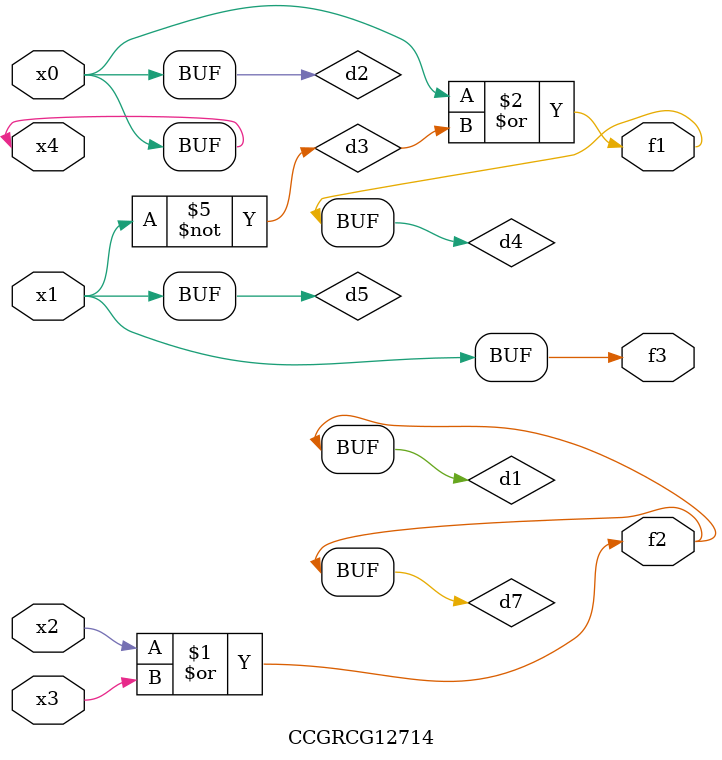
<source format=v>
module CCGRCG12714(
	input x0, x1, x2, x3, x4,
	output f1, f2, f3
);

	wire d1, d2, d3, d4, d5, d6, d7;

	or (d1, x2, x3);
	buf (d2, x0, x4);
	not (d3, x1);
	or (d4, d2, d3);
	not (d5, d3);
	nand (d6, d1, d3);
	or (d7, d1);
	assign f1 = d4;
	assign f2 = d7;
	assign f3 = d5;
endmodule

</source>
